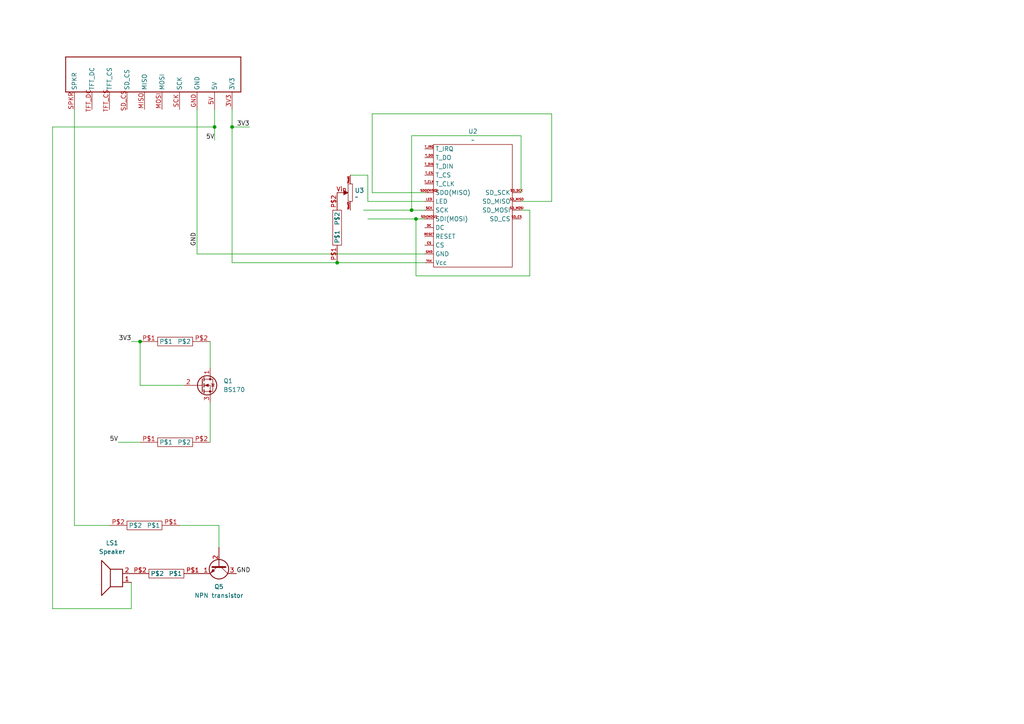
<source format=kicad_sch>
(kicad_sch (version 20231120) (generator "eeschema") (generator_version "8.0")
  (paper "A4")
  (lib_symbols
    (symbol "2.4'_TFT_SPI_ILI9341_WITH_SD_CARD_1"
      (property "Reference" "U" (at 10.16 -16.51 90))
      (symbol "2.4'_TFT_SPI_ILI9341_WITH_SD_CARD_1_0_1"
        (rectangle (start -11.43 -17.78) (end 11.43 17.78))
      )
      (symbol "2.4'_TFT_SPI_ILI9341_WITH_SD_CARD_1_1_1"
        (pin input line (at -13.97 -11.43 0) (length 2.54) (name "CS") (number "CS"))
        (pin input line (at -13.97 -6.35 0) (length 2.54) (name "DC") (number "DC"))
        (pin power_in line (at -13.97 -13.97 0) (length 2.54) (name "GND") (number "GND"))
        (pin input line (at -13.97 1.27 0) (length 2.54) (name "LED") (number "LED"))
        (pin input line (at -13.97 -8.89 0) (length 2.54) (name "RESET") (number "RESET"))
        (pin input line (at -13.97 -1.27 0) (length 2.54) (name "SCK") (number "SCK"))
        (pin input line (at -13.97 -3.81 0) (length 2.54) (name "SDI(MOSI)") (number "SDI(MOSI)"))
        (pin output line (at -13.97 3.81 0) (length 2.54) (name "SDO(MISO)") (number "SDO(MISO)"))
        (pin input line (at 13.97 -3.81 180) (length 2.54) (name "SD_CS") (number "SD_CS"))
        (pin output line (at 13.97 1.27 180) (length 2.54) (name "SD_MISO") (number "SD_MISO"))
        (pin input line (at 13.97 -1.27 180) (length 2.54) (name "SD_MOSI") (number "SD_MOSI"))
        (pin input line (at 13.97 3.81 180) (length 2.54) (name "SD_SCK") (number "SD_SCK"))
        (pin input line (at -13.97 6.35 0) (length 2.54) (name "T_CLK") (number "T_CLK"))
        (pin input line (at -13.97 8.89 0) (length 2.54) (name "T_CS") (number "T_CS"))
        (pin input line (at -13.97 11.43 0) (length 2.54) (name "T_DIN") (number "T_DIN"))
        (pin output line (at -13.97 13.97 0) (length 2.54) (name "T_DO") (number "T_DO"))
        (pin input line (at -13.97 16.51 0) (length 2.54) (name "T_IRQ") (number "T_IRQ"))
        (pin power_in line (at -13.97 -16.51 0) (length 2.54) (name "Vcc") (number "Vcc"))
      )
    )
    (symbol "Device:Speaker" (pin_names (offset 0) hide)
      (property "Reference" "LS" (at 1.27 5.715 0))
      (property "Value" "Speaker" (at 1.27 3.81 0))
      (symbol "Speaker_0_0"
        (rectangle (start -2.54 1.27) (end 1.016 -3.81) (stroke (width 0.254)))
        (polyline (pts (xy 1.016 1.27) (xy 3.556 3.81) (xy 3.556 -6.35) (xy 1.016 -3.81)) (stroke (width 0.254)))
      )
      (symbol "Speaker_1_1"
        (pin input line (at -5.08 0 0) (length 2.54) (name "1") (number "1"))
        (pin input line (at -5.08 -2.54 0) (length 2.54) (name "2") (number "2"))
      )
    )
    (symbol "Small_Potentiometer_1"
      (property "Reference" "U" (at 0 2.286 0))
      (symbol "Small_Potentiometer_1_0_1"
        (polyline (pts (xy 0 0) (xy 0 0)))
      )
      (symbol "Small_Potentiometer_1_1_1"
        (rectangle (start -2.54 1.905) (end 2.54 0.635))
        (polyline (pts (xy 0.635 -0.635) (xy 0 0.635) (xy -0.635 -0.635) (xy 0.635 -0.635)) (fill (type outline)))
        (pin input line (at 0 -2.54 90) (length 2.54) (name "") (number "Vin"))
        (pin output line (at -5.08 1.27 0) (length 2.54) (name "") (number "Vout1"))
        (pin output line (at 5.08 1.27 180) (length 2.54) (name "") (number "Vout2"))
      )
    )
    (symbol "Subsystem Main:SPI_HEADERSPI_HEADER_RIBBON_CONNECTOR"
      (symbol "SPI_HEADERSPI_HEADER_RIBBON_CONNECTOR_1_0"
        (polyline (pts (xy -25.4 -5.08) (xy 25.4 -5.08)) (stroke (width 0.254)))
        (polyline (pts (xy -25.4 5.08) (xy -25.4 -5.08)) (stroke (width 0.254)))
        (polyline (pts (xy -25.4 5.08) (xy 25.4 5.08)) (stroke (width 0.254)))
        (polyline (pts (xy 25.4 5.08) (xy 25.4 -5.08)) (stroke (width 0.254)))
        (pin power_in line (at -22.86 10.16 270) (length 5.08) (name "3V3") (number "3V3"))
        (pin power_in line (at -17.78 10.16 270) (length 5.08) (name "5V") (number "5V"))
        (pin power_in line (at -12.7 10.16 270) (length 5.08) (name "GND") (number "GND"))
        (pin bidirectional line (at 2.54 10.16 270) (length 5.08) (name "MISO") (number "MISO"))
        (pin bidirectional line (at -2.54 10.16 270) (length 5.08) (name "MOSI") (number "MOSI"))
        (pin bidirectional line (at -7.62 10.16 270) (length 5.08) (name "SCK") (number "SCK"))
        (pin bidirectional line (at 7.62 10.16 270) (length 5.08) (name "SD_CS") (number "SD_CS"))
        (pin bidirectional line (at 22.86 10.16 270) (length 5.08) (name "SPKR") (number "SPKR"))
        (pin bidirectional line (at 12.7 10.16 270) (length 5.08) (name "TFT_CS") (number "TFT_CS"))
        (pin bidirectional line (at 17.78 10.16 270) (length 5.08) (name "TFT_DC") (number "TFT_DC"))
      )
    )
    (symbol "Subsystem Main:THROUGH_HOLE_RESISTOR"
      (symbol "THROUGH_HOLE_RESISTOR_0_1"
        (rectangle (start -5.08 1.27) (end 5.08 -1.27))
      )
      (symbol "THROUGH_HOLE_RESISTOR_1_0"
        (pin bidirectional line (at -10.16 0 0) (length 5.08) (name "P$1") (number "P$1"))
        (pin bidirectional line (at 10.16 0 180) (length 5.08) (name "P$2") (number "P$2"))
      )
    )
    (symbol "Transistor_BJT:2N3904" (pin_names (offset 0) hide)
      (property "Reference" "Q" (at 5.08 1.905 0))
      (property "Value" "2N3904" (at 5.08 0 0))
      (symbol "2N3904_0_1"
        (polyline (pts (xy 0.635 0.635) (xy 2.54 2.54)))
        (polyline (pts (xy 0.635 -0.635) (xy 2.54 -2.54) (xy 2.54 -2.54)))
        (polyline (pts (xy 0.635 1.905) (xy 0.635 -1.905) (xy 0.635 -1.905)) (stroke (width 0.508)))
        (polyline (pts (xy 1.27 -1.778) (xy 1.778 -1.27) (xy 2.286 -2.286) (xy 1.27 -1.778) (xy 1.27 -1.778)) (fill (type outline)))
        (circle (center 1.27 0) (radius 2.8194) (stroke (width 0.254)))
      )
      (symbol "2N3904_1_1"
        (pin passive line (at 2.54 -5.08 90) (length 2.54) (name "E") (number "1"))
        (pin passive line (at -5.08 0 0) (length 5.715) (name "B") (number "2"))
        (pin passive line (at 2.54 5.08 270) (length 2.54) (name "C") (number "3"))
      )
    )
    (symbol "Transistor_FET:BS170" (pin_names hide)
      (property "Reference" "Q" (at 5.08 1.905 0))
      (property "Value" "BS170" (at 5.08 0 0))
      (symbol "BS170_0_1"
        (polyline (pts (xy 0.254 0) (xy -2.54 0)))
        (polyline (pts (xy 0.254 1.905) (xy 0.254 -1.905)) (stroke (width 0.254)))
        (polyline (pts (xy 0.762 -1.27) (xy 0.762 -2.286)) (stroke (width 0.254)))
        (polyline (pts (xy 0.762 0.508) (xy 0.762 -0.508)) (stroke (width 0.254)))
        (polyline (pts (xy 0.762 2.286) (xy 0.762 1.27)) (stroke (width 0.254)))
        (polyline (pts (xy 2.54 2.54) (xy 2.54 1.778)))
        (polyline (pts (xy 2.54 -2.54) (xy 2.54 0) (xy 0.762 0)))
        (polyline (pts (xy 0.762 -1.778) (xy 3.302 -1.778) (xy 3.302 1.778) (xy 0.762 1.778)))
        (polyline (pts (xy 1.016 0) (xy 2.032 0.381) (xy 2.032 -0.381) (xy 1.016 0)) (fill (type outline)))
        (polyline (pts (xy 2.794 0.508) (xy 2.921 0.381) (xy 3.683 0.381) (xy 3.81 0.254)))
        (polyline (pts (xy 3.302 0.381) (xy 2.921 -0.254) (xy 3.683 -0.254) (xy 3.302 0.381)))
        (circle (center 1.651 0) (radius 2.794) (stroke (width 0.254)))
        (circle (center 2.54 -1.778) (radius 0.254) (fill (type outline)))
        (circle (center 2.54 1.778) (radius 0.254) (fill (type outline)))
      )
      (symbol "BS170_1_1"
        (pin passive line (at 2.54 5.08 270) (length 2.54) (name "D") (number "1"))
        (pin input line (at -5.08 0 0) (length 2.54) (name "G") (number "2"))
        (pin passive line (at 2.54 -5.08 90) (length 2.54) (name "S") (number "3"))
      )
    )
  )
  (junction (at 67.31 36.83))
  (junction (at 62.23 36.83))
  (junction (at 120.65 63.5))
  (junction (at 119.38 60.96))
  (junction (at 40.64 99.06))
  (junction (at 97.79 76.2))
  (wire (pts (xy 151.13 55.88) (xy 151.13 39.37)))
  (wire (pts (xy 40.64 111.76) (xy 53.34 111.76)))
  (wire (pts (xy 57.15 73.66) (xy 123.19 73.66)))
  (wire (pts (xy 153.67 80.01) (xy 120.65 80.01)))
  (wire (pts (xy 120.65 63.5) (xy 123.19 63.5)))
  (wire (pts (xy 38.1 99.06) (xy 40.64 99.06)))
  (wire (pts (xy 120.65 80.01) (xy 120.65 63.5)))
  (wire (pts (xy 40.64 99.06) (xy 40.64 111.76)))
  (wire (pts (xy 151.13 39.37) (xy 119.38 39.37)))
  (wire (pts (xy 63.5 152.4) (xy 63.5 158.75)))
  (wire (pts (xy 160.02 58.42) (xy 151.13 58.42)))
  (wire (pts (xy 119.38 39.37) (xy 119.38 60.96)))
  (wire (pts (xy 60.96 116.84) (xy 60.96 128.27)))
  (wire (pts (xy 62.23 36.83) (xy 62.23 40.64)))
  (wire (pts (xy 101.6 50.8) (xy 106.68 50.8)))
  (wire (pts (xy 106.68 63.5) (xy 120.65 63.5)))
  (wire (pts (xy 97.79 76.2) (xy 123.19 76.2)))
  (wire (pts (xy 21.59 152.4) (xy 31.75 152.4)))
  (wire (pts (xy 15.24 36.83) (xy 62.23 36.83)))
  (wire (pts (xy 119.38 60.96) (xy 123.19 60.96)))
  (wire (pts (xy 107.95 33.02) (xy 160.02 33.02)))
  (wire (pts (xy 60.96 99.06) (xy 60.96 106.68)))
  (wire (pts (xy 15.24 36.83) (xy 15.24 176.53)))
  (wire (pts (xy 160.02 33.02) (xy 160.02 58.42)))
  (wire (pts (xy 67.31 76.2) (xy 97.79 76.2)))
  (wire (pts (xy 119.38 60.96) (xy 105.41 60.96)))
  (wire (pts (xy 38.1 176.53) (xy 15.24 176.53)))
  (wire (pts (xy 34.29 128.27) (xy 40.64 128.27)))
  (wire (pts (xy 107.95 55.88) (xy 107.95 33.02)))
  (wire (pts (xy 151.13 60.96) (xy 153.67 60.96)))
  (wire (pts (xy 52.07 152.4) (xy 63.5 152.4)))
  (wire (pts (xy 57.15 73.66) (xy 57.15 31.75)))
  (wire (pts (xy 107.95 55.88) (xy 123.19 55.88)))
  (wire (pts (xy 153.67 60.96) (xy 153.67 80.01)))
  (wire (pts (xy 67.31 36.83) (xy 72.39 36.83)))
  (wire (pts (xy 106.68 50.8) (xy 106.68 58.42)))
  (wire (pts (xy 67.31 36.83) (xy 67.31 76.2)))
  (wire (pts (xy 38.1 168.91) (xy 38.1 176.53)))
  (wire (pts (xy 21.59 31.75) (xy 21.59 152.4)))
  (wire (pts (xy 62.23 36.83) (xy 62.23 31.75)))
  (wire (pts (xy 67.31 31.75) (xy 67.31 36.83)))
  (wire (pts (xy 106.68 58.42) (xy 123.19 58.42)))
  (label "5V" (at 62.23 40.64 180))
  (label "3V3" (at 38.1 99.06 180))
  (label "5V" (at 34.29 128.27 180))
  (label "GND" (at 68.58 166.37 0))
  (label "GND" (at 57.15 67.31 270))
  (label "3V3" (at 72.39 36.83 180))
  (symbol (lib_id "Device:Speaker") (at 33.02 168.91 180) (unit 1)
    (property "Reference" "LS1" (at 32.512 157.48 0))
    (property "Value" "Speaker" (at 32.512 160.02 0))
    (property "Footprint" "TerminalBlock:TerminalBlock_bornier-2_P5.08mm" (effects (hide yes)))
    (property "Description" "Speaker" (effects (hide yes)))
  )
  (symbol (lib_id "Subsystem Main:THROUGH_HOLE_RESISTOR") (at 50.8 99.06 0) (unit 1)
    (property "Reference" "R1" (effects (hide yes)))
    (property "Value" "10k Ω" (effects (hide yes)))
    (property "Footprint" "Subsystem Main:THROUGH_HOLE_RESISTOR" (effects (hide yes)))
  )
  (symbol (lib_id "Subsystem Main:SPI_HEADERSPI_HEADER_RIBBON_CONNECTOR") (at 44.45 21.59 180) (unit 1)
    (property "Reference" "1" (effects (hide yes)))
    (property "Footprint" "Subsystem Main:SPI_HEADER_RIBBON_CONNECTOR" (effects (hide yes)))
  )
  (symbol (lib_name "2.4'_TFT_SPI_ILI9341_WITH_SD_CARD_1") (lib_id "Subsystem Main:2.4'_TFT_SPI_ILI9341_WITH_SD_CARD") (at 137.16 59.69 0) (unit 1)
    (property "Reference" "U2" (at 137.16 38.1 0))
    (property "Value" "~" (at 137.16 40.64 0))
    (property "Footprint" "Subsystem Main:2.4'_TFT_SPI_ILI9341_WITH_SD_CARD" (effects (hide yes)))
  )
  (symbol (lib_id "Subsystem Main:THROUGH_HOLE_RESISTOR") (at 97.79 66.04 90) (unit 1)
    (property "Reference" "R9" (effects (hide yes)))
    (property "Value" "100 Ω" (effects (hide yes)))
    (property "Footprint" "Subsystem Main:THROUGH_HOLE_RESISTOR" (effects (hide yes)))
  )
  (symbol (lib_name "Small_Potentiometer_1") (lib_id "Subsystem Main:Small_Potentiometer") (at 100.33 55.88 270) (unit 1)
    (property "Reference" "U3" (at 102.87 55.2449 90) (effects (justify left)))
    (property "Value" "~" (at 102.87 57.15 90) (effects (justify left)))
    (property "Footprint" "Subsystem Main:Small_Potentiometer" (effects (hide yes)))
  )
  (symbol (lib_id "Subsystem Main:THROUGH_HOLE_RESISTOR") (at 48.26 166.37 180) (unit 1)
    (property "Reference" "R7" (effects (hide yes)))
    (property "Value" "10 Ω" (effects (hide yes)))
    (property "Footprint" "Subsystem Main:THROUGH_HOLE_RESISTOR" (effects (hide yes)))
  )
  (symbol (lib_id "Subsystem Main:THROUGH_HOLE_RESISTOR") (at 50.8 128.27 0) (unit 1)
    (property "Reference" "R2" (effects (hide yes)))
    (property "Value" "10k Ω" (effects (hide yes)))
    (property "Footprint" "Subsystem Main:THROUGH_HOLE_RESISTOR" (effects (hide yes)))
  )
  (symbol (lib_id "Subsystem Main:THROUGH_HOLE_RESISTOR") (at 41.91 152.4 180) (unit 1)
    (property "Reference" "R8" (effects (hide yes)))
    (property "Value" "10k Ω" (effects (hide yes)))
    (property "Footprint" "Subsystem Main:THROUGH_HOLE_RESISTOR" (effects (hide yes)))
  )
  (symbol (lib_id "Transistor_FET:BS170") (at 58.42 111.76 0) (unit 1)
    (property "Reference" "Q1" (at 64.77 110.4899 0) (effects (justify left)))
    (property "Value" "BS170" (at 64.77 113.0299 0) (effects (justify left)))
    (property "Footprint" "Package_TO_SOT_THT:TO-92_Inline" (effects (hide yes)))
    (property "Datasheet" "https://www.onsemi.com/pub/Collateral/BS170-D.PDF" (effects (hide yes)))
    (property "Description" "0.5A Id, 60V Vds, N-Channel MOSFET, TO-92" (effects (hide yes)))
  )
  (symbol (lib_id "Transistor_BJT:2N3904") (at 63.5 163.83 270) (unit 1)
    (property "Reference" "Q5" (at 63.5 170.18 90))
    (property "Value" "NPN transistor" (at 63.5 172.72 90))
    (property "Footprint" "Package_TO_SOT_THT:TO-92_Inline" (effects (hide yes)))
    (property "Datasheet" "https://www.onsemi.com/pub/Collateral/2N3903-D.PDF" (effects (hide yes)))
    (property "Description" "0.2A Ic, 40V Vce, Small Signal NPN Transistor, TO-92" (effects (hide yes)))
  )
)
</source>
